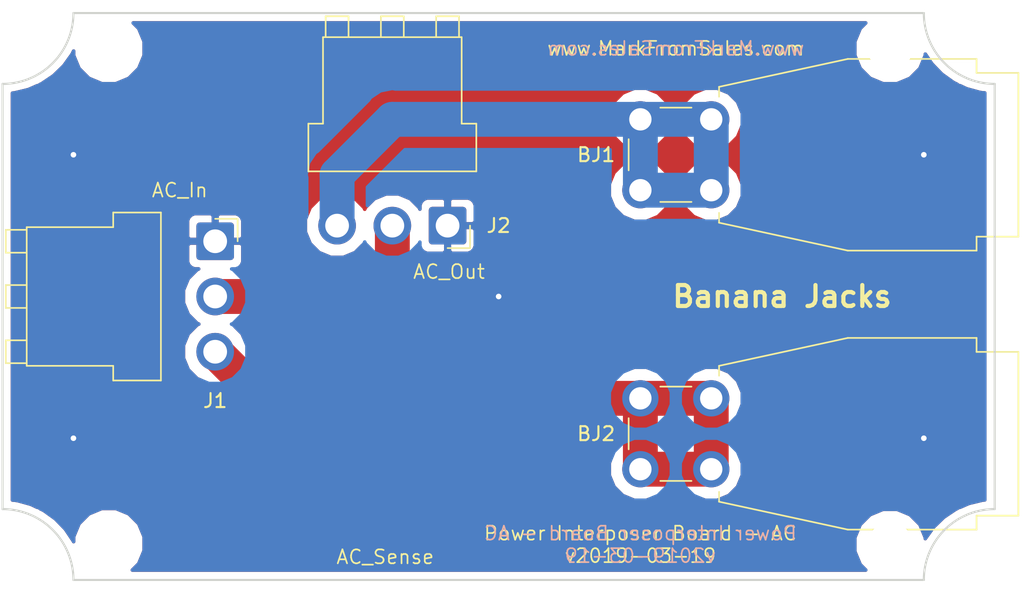
<source format=kicad_pcb>
(kicad_pcb (version 20171130) (host pcbnew "(5.0.2)-1")

  (general
    (thickness 1.6)
    (drawings 16)
    (tracks 21)
    (zones 0)
    (modules 8)
    (nets 5)
  )

  (page A4)
  (layers
    (0 F.Cu signal)
    (31 B.Cu signal)
    (32 B.Adhes user)
    (33 F.Adhes user)
    (34 B.Paste user)
    (35 F.Paste user)
    (36 B.SilkS user)
    (37 F.SilkS user)
    (38 B.Mask user)
    (39 F.Mask user)
    (40 Dwgs.User user)
    (41 Cmts.User user)
    (42 Eco1.User user)
    (43 Eco2.User user)
    (44 Edge.Cuts user)
    (45 Margin user)
    (46 B.CrtYd user)
    (47 F.CrtYd user)
    (48 B.Fab user hide)
    (49 F.Fab user hide)
  )

  (setup
    (last_trace_width 2.5)
    (user_trace_width 2.5)
    (trace_clearance 0.8)
    (zone_clearance 0.508)
    (zone_45_only no)
    (trace_min 0.2)
    (segment_width 0.2)
    (edge_width 0.15)
    (via_size 0.8)
    (via_drill 0.4)
    (via_min_size 0.4)
    (via_min_drill 0.3)
    (uvia_size 0.3)
    (uvia_drill 0.1)
    (uvias_allowed no)
    (uvia_min_size 0.2)
    (uvia_min_drill 0.1)
    (pcb_text_width 0.3)
    (pcb_text_size 1.5 1.5)
    (mod_edge_width 0.15)
    (mod_text_size 1 1)
    (mod_text_width 0.15)
    (pad_size 1.524 1.524)
    (pad_drill 0.762)
    (pad_to_mask_clearance 0.051)
    (solder_mask_min_width 0.25)
    (aux_axis_origin 0 0)
    (visible_elements 7FFFFFFF)
    (pcbplotparams
      (layerselection 0x010fc_ffffffff)
      (usegerberextensions false)
      (usegerberattributes false)
      (usegerberadvancedattributes false)
      (creategerberjobfile false)
      (excludeedgelayer true)
      (linewidth 0.100000)
      (plotframeref false)
      (viasonmask false)
      (mode 1)
      (useauxorigin false)
      (hpglpennumber 1)
      (hpglpenspeed 20)
      (hpglpendiameter 15.000000)
      (psnegative false)
      (psa4output false)
      (plotreference true)
      (plotvalue false)
      (plotinvisibletext false)
      (padsonsilk false)
      (subtractmaskfromsilk false)
      (outputformat 1)
      (mirror false)
      (drillshape 0)
      (scaleselection 1)
      (outputdirectory "Gerbers/"))
  )

  (net 0 "")
  (net 1 "Net-(J1-Pad1)")
  (net 2 "Net-(J1-Pad2)")
  (net 3 "Net-(BJ1-Pad1)")
  (net 4 "Net-(BJ2-Pad1)")

  (net_class Default "This is the default net class."
    (clearance 0.8)
    (trace_width 2.5)
    (via_dia 0.8)
    (via_drill 0.4)
    (uvia_dia 0.3)
    (uvia_drill 0.1)
    (add_net "Net-(BJ1-Pad1)")
    (add_net "Net-(BJ2-Pad1)")
    (add_net "Net-(J1-Pad1)")
    (add_net "Net-(J1-Pad2)")
  )

  (module Connector_JST:JST_VH_B3PS-VH_1x03_P3.96mm_Horizontal (layer F.Cu) (tedit 5B774C02) (tstamp 5C9D0F8C)
    (at 127 110.34 270)
    (descr "JST VH series connector, B3PS-VH (http://www.jst-mfg.com/product/pdf/eng/eVH.pdf), generated with kicad-footprint-generator")
    (tags "connector JST VH top entry")
    (path /5C907813)
    (fp_text reference J1 (at 11.43 0) (layer F.SilkS)
      (effects (font (size 1 1) (thickness 0.15)))
    )
    (fp_text value AC_Pwr_IN (at 3.96 7.62 270) (layer F.Fab)
      (effects (font (size 1 1) (thickness 0.15)))
    )
    (fp_line (start -0.9 4) (end -0.9 13.4) (layer F.Fab) (width 0.1))
    (fp_line (start -0.9 13.4) (end 8.82 13.4) (layer F.Fab) (width 0.1))
    (fp_line (start 8.82 13.4) (end 8.82 4) (layer F.Fab) (width 0.1))
    (fp_line (start 8.82 4) (end -0.9 4) (layer F.Fab) (width 0.1))
    (fp_line (start 8.82 4) (end 9.87 4) (layer F.Fab) (width 0.1))
    (fp_line (start 9.87 4) (end 9.87 7.2) (layer F.Fab) (width 0.1))
    (fp_line (start 9.87 7.2) (end 8.82 7.2) (layer F.Fab) (width 0.1))
    (fp_line (start -0.9 7.2) (end -1.95 7.2) (layer F.Fab) (width 0.1))
    (fp_line (start -1.95 7.2) (end -1.95 4) (layer F.Fab) (width 0.1))
    (fp_line (start -1.95 4) (end -0.9 4) (layer F.Fab) (width 0.1))
    (fp_line (start -0.8 4) (end 0 4.8) (layer F.Fab) (width 0.1))
    (fp_line (start 0 4.8) (end 0.8 4) (layer F.Fab) (width 0.1))
    (fp_line (start -0.7 4) (end -0.7 0) (layer F.Fab) (width 0.1))
    (fp_line (start -0.7 0) (end 0.7 0) (layer F.Fab) (width 0.1))
    (fp_line (start 0.7 0) (end 0.7 4) (layer F.Fab) (width 0.1))
    (fp_line (start -0.7 13.4) (end -0.7 14.9) (layer F.Fab) (width 0.1))
    (fp_line (start -0.7 14.9) (end 0.7 14.9) (layer F.Fab) (width 0.1))
    (fp_line (start 0.7 14.9) (end 0.7 13.4) (layer F.Fab) (width 0.1))
    (fp_line (start 3.26 4) (end 3.26 0) (layer F.Fab) (width 0.1))
    (fp_line (start 3.26 0) (end 4.66 0) (layer F.Fab) (width 0.1))
    (fp_line (start 4.66 0) (end 4.66 4) (layer F.Fab) (width 0.1))
    (fp_line (start 3.26 13.4) (end 3.26 14.9) (layer F.Fab) (width 0.1))
    (fp_line (start 3.26 14.9) (end 4.66 14.9) (layer F.Fab) (width 0.1))
    (fp_line (start 4.66 14.9) (end 4.66 13.4) (layer F.Fab) (width 0.1))
    (fp_line (start 7.22 4) (end 7.22 0) (layer F.Fab) (width 0.1))
    (fp_line (start 7.22 0) (end 8.62 0) (layer F.Fab) (width 0.1))
    (fp_line (start 8.62 0) (end 8.62 4) (layer F.Fab) (width 0.1))
    (fp_line (start 7.22 13.4) (end 7.22 14.9) (layer F.Fab) (width 0.1))
    (fp_line (start 7.22 14.9) (end 8.62 14.9) (layer F.Fab) (width 0.1))
    (fp_line (start 8.62 14.9) (end 8.62 13.4) (layer F.Fab) (width 0.1))
    (fp_line (start -2.45 -1.85) (end -2.45 15.4) (layer F.CrtYd) (width 0.05))
    (fp_line (start -2.45 15.4) (end 10.37 15.4) (layer F.CrtYd) (width 0.05))
    (fp_line (start 10.37 15.4) (end 10.37 -1.85) (layer F.CrtYd) (width 0.05))
    (fp_line (start 10.37 -1.85) (end -2.45 -1.85) (layer F.CrtYd) (width 0.05))
    (fp_line (start -2.06 3.89) (end 9.98 3.89) (layer F.SilkS) (width 0.12))
    (fp_line (start 9.98 3.89) (end 9.98 7.31) (layer F.SilkS) (width 0.12))
    (fp_line (start 9.98 7.31) (end 8.93 7.31) (layer F.SilkS) (width 0.12))
    (fp_line (start 8.93 7.31) (end 8.93 13.51) (layer F.SilkS) (width 0.12))
    (fp_line (start 8.93 13.51) (end -1.01 13.51) (layer F.SilkS) (width 0.12))
    (fp_line (start -1.01 13.51) (end -1.01 7.31) (layer F.SilkS) (width 0.12))
    (fp_line (start -1.01 7.31) (end -2.06 7.31) (layer F.SilkS) (width 0.12))
    (fp_line (start -2.06 7.31) (end -2.06 3.89) (layer F.SilkS) (width 0.12))
    (fp_line (start -0.82 13.51) (end -0.82 15.01) (layer F.SilkS) (width 0.12))
    (fp_line (start -0.82 15.01) (end 0.82 15.01) (layer F.SilkS) (width 0.12))
    (fp_line (start 0.82 15.01) (end 0.82 13.51) (layer F.SilkS) (width 0.12))
    (fp_line (start 3.14 13.51) (end 3.14 15.01) (layer F.SilkS) (width 0.12))
    (fp_line (start 3.14 15.01) (end 4.78 15.01) (layer F.SilkS) (width 0.12))
    (fp_line (start 4.78 15.01) (end 4.78 13.51) (layer F.SilkS) (width 0.12))
    (fp_line (start 7.1 13.51) (end 7.1 15.01) (layer F.SilkS) (width 0.12))
    (fp_line (start 7.1 15.01) (end 8.74 15.01) (layer F.SilkS) (width 0.12))
    (fp_line (start 8.74 15.01) (end 8.74 13.51) (layer F.SilkS) (width 0.12))
    (fp_line (start 0 -1.61) (end -1.61 -1.61) (layer F.SilkS) (width 0.12))
    (fp_line (start -1.61 -1.61) (end -1.61 0) (layer F.SilkS) (width 0.12))
    (fp_text user %R (at 3.96 9.45 270) (layer F.Fab)
      (effects (font (size 1 1) (thickness 0.15)))
    )
    (pad 1 thru_hole roundrect (at 0 0 270) (size 2.7 2.7) (drill 1.7) (layers *.Cu *.Mask) (roundrect_rratio 0.09259299999999999)
      (net 1 "Net-(J1-Pad1)"))
    (pad 2 thru_hole circle (at 3.96 0 270) (size 2.7 2.7) (drill 1.7) (layers *.Cu *.Mask)
      (net 2 "Net-(J1-Pad2)"))
    (pad 3 thru_hole circle (at 7.92 0 270) (size 2.7 2.7) (drill 1.7) (layers *.Cu *.Mask)
      (net 4 "Net-(BJ2-Pad1)"))
    (model ${KISYS3DMOD}/Connector_JST.3dshapes/JST_VH_B3PS-VH_1x03_P3.96mm_Horizontal.wrl
      (at (xyz 0 0 0))
      (scale (xyz 1 1 1))
      (rotate (xyz 0 0 0))
    )
  )

  (module Connector_JST:JST_VH_B3PS-VH_1x03_P3.96mm_Horizontal (layer F.Cu) (tedit 5B774C02) (tstamp 5C9D0FC8)
    (at 143.66 109.22 180)
    (descr "JST VH series connector, B3PS-VH (http://www.jst-mfg.com/product/pdf/eng/eVH.pdf), generated with kicad-footprint-generator")
    (tags "connector JST VH top entry")
    (path /5C9078B5)
    (fp_text reference J2 (at -3.66 0 180) (layer F.SilkS)
      (effects (font (size 1 1) (thickness 0.15)))
    )
    (fp_text value AC_Pwr_OUT (at 3.96 7.62 180) (layer F.Fab)
      (effects (font (size 1 1) (thickness 0.15)))
    )
    (fp_text user %R (at 3.96 9.45 180) (layer F.Fab)
      (effects (font (size 1 1) (thickness 0.15)))
    )
    (fp_line (start -1.61 -1.61) (end -1.61 0) (layer F.SilkS) (width 0.12))
    (fp_line (start 0 -1.61) (end -1.61 -1.61) (layer F.SilkS) (width 0.12))
    (fp_line (start 8.74 15.01) (end 8.74 13.51) (layer F.SilkS) (width 0.12))
    (fp_line (start 7.1 15.01) (end 8.74 15.01) (layer F.SilkS) (width 0.12))
    (fp_line (start 7.1 13.51) (end 7.1 15.01) (layer F.SilkS) (width 0.12))
    (fp_line (start 4.78 15.01) (end 4.78 13.51) (layer F.SilkS) (width 0.12))
    (fp_line (start 3.14 15.01) (end 4.78 15.01) (layer F.SilkS) (width 0.12))
    (fp_line (start 3.14 13.51) (end 3.14 15.01) (layer F.SilkS) (width 0.12))
    (fp_line (start 0.82 15.01) (end 0.82 13.51) (layer F.SilkS) (width 0.12))
    (fp_line (start -0.82 15.01) (end 0.82 15.01) (layer F.SilkS) (width 0.12))
    (fp_line (start -0.82 13.51) (end -0.82 15.01) (layer F.SilkS) (width 0.12))
    (fp_line (start -2.06 7.31) (end -2.06 3.89) (layer F.SilkS) (width 0.12))
    (fp_line (start -1.01 7.31) (end -2.06 7.31) (layer F.SilkS) (width 0.12))
    (fp_line (start -1.01 13.51) (end -1.01 7.31) (layer F.SilkS) (width 0.12))
    (fp_line (start 8.93 13.51) (end -1.01 13.51) (layer F.SilkS) (width 0.12))
    (fp_line (start 8.93 7.31) (end 8.93 13.51) (layer F.SilkS) (width 0.12))
    (fp_line (start 9.98 7.31) (end 8.93 7.31) (layer F.SilkS) (width 0.12))
    (fp_line (start 9.98 3.89) (end 9.98 7.31) (layer F.SilkS) (width 0.12))
    (fp_line (start -2.06 3.89) (end 9.98 3.89) (layer F.SilkS) (width 0.12))
    (fp_line (start 10.37 -1.85) (end -2.45 -1.85) (layer F.CrtYd) (width 0.05))
    (fp_line (start 10.37 15.4) (end 10.37 -1.85) (layer F.CrtYd) (width 0.05))
    (fp_line (start -2.45 15.4) (end 10.37 15.4) (layer F.CrtYd) (width 0.05))
    (fp_line (start -2.45 -1.85) (end -2.45 15.4) (layer F.CrtYd) (width 0.05))
    (fp_line (start 8.62 14.9) (end 8.62 13.4) (layer F.Fab) (width 0.1))
    (fp_line (start 7.22 14.9) (end 8.62 14.9) (layer F.Fab) (width 0.1))
    (fp_line (start 7.22 13.4) (end 7.22 14.9) (layer F.Fab) (width 0.1))
    (fp_line (start 8.62 0) (end 8.62 4) (layer F.Fab) (width 0.1))
    (fp_line (start 7.22 0) (end 8.62 0) (layer F.Fab) (width 0.1))
    (fp_line (start 7.22 4) (end 7.22 0) (layer F.Fab) (width 0.1))
    (fp_line (start 4.66 14.9) (end 4.66 13.4) (layer F.Fab) (width 0.1))
    (fp_line (start 3.26 14.9) (end 4.66 14.9) (layer F.Fab) (width 0.1))
    (fp_line (start 3.26 13.4) (end 3.26 14.9) (layer F.Fab) (width 0.1))
    (fp_line (start 4.66 0) (end 4.66 4) (layer F.Fab) (width 0.1))
    (fp_line (start 3.26 0) (end 4.66 0) (layer F.Fab) (width 0.1))
    (fp_line (start 3.26 4) (end 3.26 0) (layer F.Fab) (width 0.1))
    (fp_line (start 0.7 14.9) (end 0.7 13.4) (layer F.Fab) (width 0.1))
    (fp_line (start -0.7 14.9) (end 0.7 14.9) (layer F.Fab) (width 0.1))
    (fp_line (start -0.7 13.4) (end -0.7 14.9) (layer F.Fab) (width 0.1))
    (fp_line (start 0.7 0) (end 0.7 4) (layer F.Fab) (width 0.1))
    (fp_line (start -0.7 0) (end 0.7 0) (layer F.Fab) (width 0.1))
    (fp_line (start -0.7 4) (end -0.7 0) (layer F.Fab) (width 0.1))
    (fp_line (start 0 4.8) (end 0.8 4) (layer F.Fab) (width 0.1))
    (fp_line (start -0.8 4) (end 0 4.8) (layer F.Fab) (width 0.1))
    (fp_line (start -1.95 4) (end -0.9 4) (layer F.Fab) (width 0.1))
    (fp_line (start -1.95 7.2) (end -1.95 4) (layer F.Fab) (width 0.1))
    (fp_line (start -0.9 7.2) (end -1.95 7.2) (layer F.Fab) (width 0.1))
    (fp_line (start 9.87 7.2) (end 8.82 7.2) (layer F.Fab) (width 0.1))
    (fp_line (start 9.87 4) (end 9.87 7.2) (layer F.Fab) (width 0.1))
    (fp_line (start 8.82 4) (end 9.87 4) (layer F.Fab) (width 0.1))
    (fp_line (start 8.82 4) (end -0.9 4) (layer F.Fab) (width 0.1))
    (fp_line (start 8.82 13.4) (end 8.82 4) (layer F.Fab) (width 0.1))
    (fp_line (start -0.9 13.4) (end 8.82 13.4) (layer F.Fab) (width 0.1))
    (fp_line (start -0.9 4) (end -0.9 13.4) (layer F.Fab) (width 0.1))
    (pad 3 thru_hole circle (at 7.92 0 180) (size 2.7 2.7) (drill 1.7) (layers *.Cu *.Mask)
      (net 3 "Net-(BJ1-Pad1)"))
    (pad 2 thru_hole circle (at 3.96 0 180) (size 2.7 2.7) (drill 1.7) (layers *.Cu *.Mask)
      (net 2 "Net-(J1-Pad2)"))
    (pad 1 thru_hole roundrect (at 0 0 180) (size 2.7 2.7) (drill 1.7) (layers *.Cu *.Mask) (roundrect_rratio 0.09259299999999999)
      (net 1 "Net-(J1-Pad1)"))
    (model ${KISYS3DMOD}/Connector_JST.3dshapes/JST_VH_B3PS-VH_1x03_P3.96mm_Horizontal.wrl
      (at (xyz 0 0 0))
      (scale (xyz 1 1 1))
      (rotate (xyz 0 0 0))
    )
  )

  (module MountingHole:MountingHole_3.2mm_M3 (layer F.Cu) (tedit 5C908AF6) (tstamp 5C9D1934)
    (at 119.38 96.52)
    (descr "Mounting Hole 3.2mm, no annular, M3")
    (tags "mounting hole 3.2mm no annular m3")
    (path /5C9092CA)
    (attr virtual)
    (fp_text reference H1 (at 0 0) (layer F.SilkS) hide
      (effects (font (size 1 1) (thickness 0.15)))
    )
    (fp_text value MountingHole (at 0 -6.35) (layer F.Fab) hide
      (effects (font (size 1 1) (thickness 0.15)))
    )
    (fp_text user %R (at 0.3 0) (layer F.Fab)
      (effects (font (size 1 1) (thickness 0.15)))
    )
    (fp_circle (center 0 0) (end 3.2 0) (layer Cmts.User) (width 0.15))
    (fp_circle (center 0 0) (end 3.45 0) (layer F.CrtYd) (width 0.05))
    (pad 1 np_thru_hole circle (at 0 0) (size 3.2 3.2) (drill 3.2) (layers *.Cu *.Mask))
  )

  (module MountingHole:MountingHole_3.2mm_M3 (layer F.Cu) (tedit 5C908AE6) (tstamp 5C9D193B)
    (at 119.38 132.02)
    (descr "Mounting Hole 3.2mm, no annular, M3")
    (tags "mounting hole 3.2mm no annular m3")
    (path /5C909304)
    (attr virtual)
    (fp_text reference H2 (at 0 0.06) (layer F.SilkS) hide
      (effects (font (size 1 1) (thickness 0.15)))
    )
    (fp_text value MountingHole (at 0 6.41) (layer F.Fab) hide
      (effects (font (size 1 1) (thickness 0.15)))
    )
    (fp_circle (center 0 0) (end 3.45 0) (layer F.CrtYd) (width 0.05))
    (fp_circle (center 0 0) (end 3.2 0) (layer Cmts.User) (width 0.15))
    (fp_text user %R (at 0.3 0) (layer F.Fab)
      (effects (font (size 1 1) (thickness 0.15)))
    )
    (pad 1 np_thru_hole circle (at 0 0) (size 3.2 3.2) (drill 3.2) (layers *.Cu *.Mask))
  )

  (module MountingHole:MountingHole_3.2mm_M3 (layer F.Cu) (tedit 5C908AF0) (tstamp 5C9D1942)
    (at 175.38 96.52)
    (descr "Mounting Hole 3.2mm, no annular, M3")
    (tags "mounting hole 3.2mm no annular m3")
    (path /5C909324)
    (attr virtual)
    (fp_text reference H3 (at -0.12 0) (layer F.SilkS) hide
      (effects (font (size 1 1) (thickness 0.15)))
    )
    (fp_text value MountingHole (at -0.12 -6.35) (layer F.Fab) hide
      (effects (font (size 1 1) (thickness 0.15)))
    )
    (fp_text user %R (at 0.3 0) (layer F.Fab)
      (effects (font (size 1 1) (thickness 0.15)))
    )
    (fp_circle (center 0 0) (end 3.2 0) (layer Cmts.User) (width 0.15))
    (fp_circle (center 0 0) (end 3.45 0) (layer F.CrtYd) (width 0.05))
    (pad 1 np_thru_hole circle (at 0 0) (size 3.2 3.2) (drill 3.2) (layers *.Cu *.Mask))
  )

  (module MountingHole:MountingHole_3.2mm_M3 (layer F.Cu) (tedit 5C908AE9) (tstamp 5C9D1949)
    (at 175.38 132.08)
    (descr "Mounting Hole 3.2mm, no annular, M3")
    (tags "mounting hole 3.2mm no annular m3")
    (path /5C909346)
    (attr virtual)
    (fp_text reference H4 (at 0 0) (layer F.SilkS) hide
      (effects (font (size 1 1) (thickness 0.15)))
    )
    (fp_text value MountingHole (at 0 6.35) (layer F.Fab) hide
      (effects (font (size 1 1) (thickness 0.15)))
    )
    (fp_circle (center 0 0) (end 3.45 0) (layer F.CrtYd) (width 0.05))
    (fp_circle (center 0 0) (end 3.2 0) (layer Cmts.User) (width 0.15))
    (fp_text user %R (at 0.3 0) (layer F.Fab)
      (effects (font (size 1 1) (thickness 0.15)))
    )
    (pad 1 np_thru_hole circle (at 0 0) (size 3.2 3.2) (drill 3.2) (layers *.Cu *.Mask))
  )

  (module Connector:CalTest_CT3151 (layer F.Cu) (tedit 5BAA5155) (tstamp 5CA38F96)
    (at 162.56 106.68 180)
    (descr "Right-angle standard banana jack, http://www.caltestelectronics.com/images/attachments/P315100rH_drawing.pdf")
    (tags "banana jack horizontal")
    (path /5C96F2BA)
    (fp_text reference BJ1 (at 8.255 2.54 180) (layer F.SilkS)
      (effects (font (size 1 1) (thickness 0.15)))
    )
    (fp_text value Sense_OUT (at -12.7 2.54 180) (layer F.Fab)
      (effects (font (size 1 1) (thickness 0.15)))
    )
    (fp_line (start 5.8 5.8) (end -0.68 5.8) (layer F.Fab) (width 0.1))
    (fp_line (start -0.68 5.8) (end -0.68 7.29) (layer F.Fab) (width 0.1))
    (fp_line (start -0.68 7.29) (end -9.79 9.29) (layer F.Fab) (width 0.1))
    (fp_line (start -9.79 9.29) (end -18.9 9.29) (layer F.Fab) (width 0.1))
    (fp_line (start -18.9 9.29) (end -18.9 8.29) (layer F.Fab) (width 0.1))
    (fp_line (start -18.9 8.29) (end -21.9 8.29) (layer F.Fab) (width 0.1))
    (fp_line (start -21.9 8.29) (end -21.9 -3.21) (layer F.Fab) (width 0.1))
    (fp_line (start -21.9 -3.21) (end -18.9 -3.21) (layer F.Fab) (width 0.1))
    (fp_line (start -18.9 -3.21) (end -18.9 -4.21) (layer F.Fab) (width 0.1))
    (fp_line (start -18.9 -4.21) (end -9.79 -4.21) (layer F.Fab) (width 0.1))
    (fp_line (start -9.79 -4.21) (end -0.68 -2.21) (layer F.Fab) (width 0.1))
    (fp_line (start -0.68 -2.21) (end -0.68 -0.72) (layer F.Fab) (width 0.1))
    (fp_line (start -0.68 -0.72) (end 5.8 -0.72) (layer F.Fab) (width 0.1))
    (fp_line (start 5.8 -0.72) (end 5.8 5.8) (layer F.Fab) (width 0.1))
    (fp_line (start 3.653 5.92) (end 1.417 5.92) (layer F.SilkS) (width 0.12))
    (fp_line (start -0.561 6.703) (end -0.561 7.41) (layer F.SilkS) (width 0.12))
    (fp_line (start -0.561 7.41) (end -9.79 9.41) (layer F.SilkS) (width 0.12))
    (fp_line (start -9.79 9.41) (end -19.02 9.41) (layer F.SilkS) (width 0.12))
    (fp_line (start -19.02 9.41) (end -19.02 8.41) (layer F.SilkS) (width 0.12))
    (fp_line (start -19.02 8.41) (end -22.02 8.41) (layer F.SilkS) (width 0.12))
    (fp_line (start -22.02 8.41) (end -22.02 -3.33) (layer F.SilkS) (width 0.12))
    (fp_line (start -22.02 -3.33) (end -19.02 -3.33) (layer F.SilkS) (width 0.12))
    (fp_line (start -19.02 -3.33) (end -19.02 -4.33) (layer F.SilkS) (width 0.12))
    (fp_line (start -19.02 -4.33) (end -9.79 -4.33) (layer F.SilkS) (width 0.12))
    (fp_line (start -9.79 -4.33) (end -0.561 -2.33) (layer F.SilkS) (width 0.12))
    (fp_line (start -0.561 -2.33) (end -0.561 -1.623) (layer F.SilkS) (width 0.12))
    (fp_line (start 1.417 -0.84) (end 3.652 -0.84) (layer F.SilkS) (width 0.12))
    (fp_line (start 5.92 1.425) (end 5.92 3.656) (layer F.SilkS) (width 0.12))
    (fp_line (start -22.4 -4.71) (end -22.4 9.79) (layer F.CrtYd) (width 0.05))
    (fp_line (start -22.4 9.79) (end 6.88 9.79) (layer F.CrtYd) (width 0.05))
    (fp_line (start 6.88 9.79) (end 6.88 -4.71) (layer F.CrtYd) (width 0.05))
    (fp_line (start 6.88 -4.71) (end -22.4 -4.71) (layer F.CrtYd) (width 0.05))
    (fp_text user %R (at 8.255 2.54 180) (layer F.Fab)
      (effects (font (size 1 1) (thickness 0.15)))
    )
    (pad 1 thru_hole circle (at 0 0 180) (size 2.6 2.6) (drill 1.6) (layers *.Cu *.Mask)
      (net 3 "Net-(BJ1-Pad1)"))
    (pad 1 thru_hole circle (at 0 5.08 180) (size 2.6 2.6) (drill 1.6) (layers *.Cu *.Mask)
      (net 3 "Net-(BJ1-Pad1)"))
    (pad 1 thru_hole circle (at 5.08 0 180) (size 2.6 2.6) (drill 1.6) (layers *.Cu *.Mask)
      (net 3 "Net-(BJ1-Pad1)"))
    (pad 1 thru_hole circle (at 5.08 5.08 180) (size 2.6 2.6) (drill 1.6) (layers *.Cu *.Mask)
      (net 3 "Net-(BJ1-Pad1)"))
    (model ${KISYS3DMOD}/Connector.3dshapes/CalTest_CT3151.wrl
      (at (xyz 0 0 0))
      (scale (xyz 1 1 1))
      (rotate (xyz 0 0 0))
    )
  )

  (module Connector:CalTest_CT3151 (layer F.Cu) (tedit 5BAA5155) (tstamp 5CA3822A)
    (at 162.56 126.68 180)
    (descr "Right-angle standard banana jack, http://www.caltestelectronics.com/images/attachments/P315100rH_drawing.pdf")
    (tags "banana jack horizontal")
    (path /5C96F3E8)
    (fp_text reference BJ2 (at 8.255 2.54 180) (layer F.SilkS)
      (effects (font (size 1 1) (thickness 0.15)))
    )
    (fp_text value Sense_IN (at -12.7 2.54 180) (layer F.Fab)
      (effects (font (size 1 1) (thickness 0.15)))
    )
    (fp_text user %R (at 8.255 2.54 180) (layer F.Fab)
      (effects (font (size 1 1) (thickness 0.15)))
    )
    (fp_line (start 6.88 -4.71) (end -22.4 -4.71) (layer F.CrtYd) (width 0.05))
    (fp_line (start 6.88 9.79) (end 6.88 -4.71) (layer F.CrtYd) (width 0.05))
    (fp_line (start -22.4 9.79) (end 6.88 9.79) (layer F.CrtYd) (width 0.05))
    (fp_line (start -22.4 -4.71) (end -22.4 9.79) (layer F.CrtYd) (width 0.05))
    (fp_line (start 5.92 1.425) (end 5.92 3.656) (layer F.SilkS) (width 0.12))
    (fp_line (start 1.417 -0.84) (end 3.652 -0.84) (layer F.SilkS) (width 0.12))
    (fp_line (start -0.561 -2.33) (end -0.561 -1.623) (layer F.SilkS) (width 0.12))
    (fp_line (start -9.79 -4.33) (end -0.561 -2.33) (layer F.SilkS) (width 0.12))
    (fp_line (start -19.02 -4.33) (end -9.79 -4.33) (layer F.SilkS) (width 0.12))
    (fp_line (start -19.02 -3.33) (end -19.02 -4.33) (layer F.SilkS) (width 0.12))
    (fp_line (start -22.02 -3.33) (end -19.02 -3.33) (layer F.SilkS) (width 0.12))
    (fp_line (start -22.02 8.41) (end -22.02 -3.33) (layer F.SilkS) (width 0.12))
    (fp_line (start -19.02 8.41) (end -22.02 8.41) (layer F.SilkS) (width 0.12))
    (fp_line (start -19.02 9.41) (end -19.02 8.41) (layer F.SilkS) (width 0.12))
    (fp_line (start -9.79 9.41) (end -19.02 9.41) (layer F.SilkS) (width 0.12))
    (fp_line (start -0.561 7.41) (end -9.79 9.41) (layer F.SilkS) (width 0.12))
    (fp_line (start -0.561 6.703) (end -0.561 7.41) (layer F.SilkS) (width 0.12))
    (fp_line (start 3.653 5.92) (end 1.417 5.92) (layer F.SilkS) (width 0.12))
    (fp_line (start 5.8 -0.72) (end 5.8 5.8) (layer F.Fab) (width 0.1))
    (fp_line (start -0.68 -0.72) (end 5.8 -0.72) (layer F.Fab) (width 0.1))
    (fp_line (start -0.68 -2.21) (end -0.68 -0.72) (layer F.Fab) (width 0.1))
    (fp_line (start -9.79 -4.21) (end -0.68 -2.21) (layer F.Fab) (width 0.1))
    (fp_line (start -18.9 -4.21) (end -9.79 -4.21) (layer F.Fab) (width 0.1))
    (fp_line (start -18.9 -3.21) (end -18.9 -4.21) (layer F.Fab) (width 0.1))
    (fp_line (start -21.9 -3.21) (end -18.9 -3.21) (layer F.Fab) (width 0.1))
    (fp_line (start -21.9 8.29) (end -21.9 -3.21) (layer F.Fab) (width 0.1))
    (fp_line (start -18.9 8.29) (end -21.9 8.29) (layer F.Fab) (width 0.1))
    (fp_line (start -18.9 9.29) (end -18.9 8.29) (layer F.Fab) (width 0.1))
    (fp_line (start -9.79 9.29) (end -18.9 9.29) (layer F.Fab) (width 0.1))
    (fp_line (start -0.68 7.29) (end -9.79 9.29) (layer F.Fab) (width 0.1))
    (fp_line (start -0.68 5.8) (end -0.68 7.29) (layer F.Fab) (width 0.1))
    (fp_line (start 5.8 5.8) (end -0.68 5.8) (layer F.Fab) (width 0.1))
    (pad 1 thru_hole circle (at 5.08 5.08 180) (size 2.6 2.6) (drill 1.6) (layers *.Cu *.Mask)
      (net 4 "Net-(BJ2-Pad1)"))
    (pad 1 thru_hole circle (at 5.08 0 180) (size 2.6 2.6) (drill 1.6) (layers *.Cu *.Mask)
      (net 4 "Net-(BJ2-Pad1)"))
    (pad 1 thru_hole circle (at 0 5.08 180) (size 2.6 2.6) (drill 1.6) (layers *.Cu *.Mask)
      (net 4 "Net-(BJ2-Pad1)"))
    (pad 1 thru_hole circle (at 0 0 180) (size 2.6 2.6) (drill 1.6) (layers *.Cu *.Mask)
      (net 4 "Net-(BJ2-Pad1)"))
    (model ${KISYS3DMOD}/Connector.3dshapes/CalTest_CT3151.wrl
      (at (xyz 0 0 0))
      (scale (xyz 1 1 1))
      (rotate (xyz 0 0 0))
    )
  )

  (gr_text "Power Interposer Board - AC\nv2019-03-19" (at 157.48 132.08) (layer B.SilkS) (tstamp 5C9D1E0E)
    (effects (font (size 1 1) (thickness 0.12)) (justify mirror))
  )
  (gr_text www.MarkFromSales.com (at 160.02 96.52) (layer B.SilkS) (tstamp 5C9D1E09)
    (effects (font (size 1 1) (thickness 0.12)) (justify mirror))
  )
  (gr_text AC_Sense (at 139.192 132.969) (layer F.SilkS) (tstamp 5C9D1E00)
    (effects (font (size 1 1) (thickness 0.12)))
  )
  (gr_text AC_Out (at 143.764 112.522) (layer F.SilkS) (tstamp 5C9D1D3B)
    (effects (font (size 1 1) (thickness 0.12)))
  )
  (gr_text AC_In (at 124.46 106.68) (layer F.SilkS) (tstamp 5C9D1D35)
    (effects (font (size 1 1) (thickness 0.12)))
  )
  (gr_text "Power Interposer Board - AC\nv2019-03-19" (at 157.48 132.08) (layer F.SilkS) (tstamp 5C9D1D18)
    (effects (font (size 1 1) (thickness 0.12)))
  )
  (gr_text www.MarkFromSales.com (at 160.02 96.52) (layer F.SilkS)
    (effects (font (size 1 1) (thickness 0.12)))
  )
  (gr_text "Banana Jacks" (at 167.64 114.3) (layer F.SilkS)
    (effects (font (size 1.5 1.5) (thickness 0.3)))
  )
  (gr_arc (start 182.88 93.98) (end 177.8 93.98) (angle -90) (layer Edge.Cuts) (width 0.15) (tstamp 5C9D0919))
  (gr_arc (start 182.88 134.62) (end 182.88 129.54) (angle -90) (layer Edge.Cuts) (width 0.15) (tstamp 5C9D0916))
  (gr_arc (start 111.76 134.62) (end 116.84 134.62) (angle -90) (layer Edge.Cuts) (width 0.15) (tstamp 5C9D0913))
  (gr_arc (start 111.76 93.98) (end 111.76 99.06) (angle -90) (layer Edge.Cuts) (width 0.15))
  (gr_line (start 177.8 93.98) (end 116.84 93.98) (layer Edge.Cuts) (width 0.15))
  (gr_line (start 182.88 129.54) (end 182.88 99.06) (layer Edge.Cuts) (width 0.15))
  (gr_line (start 116.84 134.62) (end 177.8 134.62) (layer Edge.Cuts) (width 0.15))
  (gr_line (start 111.76 99.06) (end 111.76 129.54) (layer Edge.Cuts) (width 0.15))

  (via (at 116.84 104.14) (size 0.8) (drill 0.4) (layers F.Cu B.Cu) (net 1))
  (via (at 116.84 124.46) (size 0.8) (drill 0.4) (layers F.Cu B.Cu) (net 1))
  (via (at 177.8 104.14) (size 0.8) (drill 0.4) (layers F.Cu B.Cu) (net 1))
  (via (at 177.8 124.46) (size 0.8) (drill 0.4) (layers F.Cu B.Cu) (net 1))
  (via (at 147.32 114.3) (size 0.8) (drill 0.4) (layers F.Cu B.Cu) (net 1) (tstamp 5CA39231))
  (segment (start 127 114.3) (end 137.16 114.3) (width 2.5) (layer F.Cu) (net 2))
  (segment (start 139.7 111.76) (end 139.7 109.22) (width 2.5) (layer F.Cu) (net 2))
  (segment (start 137.16 114.3) (end 139.7 111.76) (width 2.5) (layer F.Cu) (net 2))
  (segment (start 135.74 105.56) (end 135.74 109.22) (width 2.5) (layer B.Cu) (net 3))
  (segment (start 139.7 101.6) (end 135.74 105.56) (width 2.5) (layer B.Cu) (net 3))
  (segment (start 157.48 101.6) (end 157.48 106.68) (width 2.5) (layer B.Cu) (net 3))
  (segment (start 157.48 106.68) (end 162.56 106.68) (width 2.5) (layer B.Cu) (net 3))
  (segment (start 162.56 106.68) (end 162.56 101.6) (width 2.5) (layer B.Cu) (net 3))
  (segment (start 162.56 101.6) (end 157.48 101.6) (width 2.5) (layer B.Cu) (net 3))
  (segment (start 157.48 101.6) (end 139.7 101.6) (width 2.5) (layer B.Cu) (net 3))
  (segment (start 157.48 126.68) (end 157.48 121.6) (width 2.5) (layer F.Cu) (net 4))
  (segment (start 157.48 126.68) (end 162.56 126.68) (width 2.5) (layer F.Cu) (net 4))
  (segment (start 162.56 126.68) (end 162.56 121.6) (width 2.5) (layer F.Cu) (net 4))
  (segment (start 157.48 121.6) (end 162.56 121.6) (width 2.5) (layer F.Cu) (net 4))
  (segment (start 127 118.26) (end 130.34 121.6) (width 2.5) (layer F.Cu) (net 4))
  (segment (start 130.34 121.6) (end 157.48 121.6) (width 2.5) (layer F.Cu) (net 4))

  (zone (net 1) (net_name "Net-(J1-Pad1)") (layer F.Cu) (tstamp 5CA39285) (hatch edge 0.508)
    (connect_pads (clearance 0.508))
    (min_thickness 0.254)
    (fill yes (arc_segments 16) (thermal_gap 0.508) (thermal_bridge_width 0.508))
    (polygon
      (pts
        (xy 111.76 99.06) (xy 114.3 99.06) (xy 115.57 97.79) (xy 116.84 96.52) (xy 116.84 93.98)
        (xy 177.8 93.98) (xy 177.8 95.25) (xy 177.8 96.52) (xy 179.07 97.79) (xy 180.34 99.06)
        (xy 182.88 99.06) (xy 182.88 129.54) (xy 180.34 129.54) (xy 177.8 132.08) (xy 177.8 134.62)
        (xy 116.84 134.62) (xy 116.84 132.08) (xy 114.3 129.54) (xy 111.76 129.54)
      )
    )
    (filled_polygon
      (pts
        (xy 173.237713 95.088569) (xy 172.853 96.017348) (xy 172.853 97.022652) (xy 173.237713 97.951431) (xy 173.948569 98.662287)
        (xy 174.877348 99.047) (xy 175.882652 99.047) (xy 176.811431 98.662287) (xy 177.522287 97.951431) (xy 177.907 97.022652)
        (xy 177.907 96.924424) (xy 178.34279 97.572947) (xy 178.356847 97.590306) (xy 178.368818 97.609169) (xy 178.422229 97.671046)
        (xy 179.050753 98.319633) (xy 179.067664 98.33423) (xy 179.082785 98.350674) (xy 179.146309 98.402115) (xy 179.879756 98.929149)
        (xy 179.898981 98.940519) (xy 179.916776 98.954026) (xy 179.988396 98.993399) (xy 179.988407 98.993405) (xy 179.988412 98.993407)
        (xy 180.189912 99.089518) (xy 180.250197 99.149803) (xy 180.291399 99.177333) (xy 180.34 99.187) (xy 180.394287 99.187)
        (xy 180.80359 99.382228) (xy 180.824528 99.390015) (xy 180.844433 99.400157) (xy 180.921893 99.426225) (xy 180.921903 99.426229)
        (xy 180.921906 99.42623) (xy 181.79306 99.66455) (xy 181.815043 99.668505) (xy 181.836432 99.674963) (xy 181.917295 99.686903)
        (xy 182.170001 99.709456) (xy 182.17 128.880228) (xy 182.085898 128.886404) (xy 182.069359 128.889112) (xy 182.052601 128.889639)
        (xy 181.972152 128.904114) (xy 181.093941 129.114953) (xy 181.072767 129.122079) (xy 181.050918 129.126723) (xy 180.974323 129.155209)
        (xy 180.974305 129.155215) (xy 180.9743 129.155218) (xy 180.387056 129.413) (xy 180.34 129.413) (xy 180.291399 129.422667)
        (xy 180.250197 129.450197) (xy 180.209415 129.490979) (xy 180.147308 129.518242) (xy 180.127735 129.529002) (xy 180.107049 129.537444)
        (xy 180.036702 129.579048) (xy 180.036692 129.579053) (xy 180.036691 129.579054) (xy 179.287053 130.08279) (xy 179.269694 130.096847)
        (xy 179.250831 130.108818) (xy 179.188954 130.162229) (xy 178.540367 130.790753) (xy 178.52577 130.807664) (xy 178.509326 130.822785)
        (xy 178.457896 130.886296) (xy 178.457886 130.886308) (xy 178.457885 130.88631) (xy 177.930851 131.619756) (xy 177.91948 131.638983)
        (xy 177.907 131.655425) (xy 177.907 131.577348) (xy 177.522287 130.648569) (xy 176.811431 129.937713) (xy 175.882652 129.553)
        (xy 174.877348 129.553) (xy 173.948569 129.937713) (xy 173.237713 130.648569) (xy 172.853 131.577348) (xy 172.853 132.582652)
        (xy 173.237713 133.511431) (xy 173.636282 133.91) (xy 121.063718 133.91) (xy 121.522287 133.451431) (xy 121.907 132.522652)
        (xy 121.907 131.517348) (xy 121.522287 130.588569) (xy 120.811431 129.877713) (xy 119.882652 129.493) (xy 118.877348 129.493)
        (xy 117.948569 129.877713) (xy 117.237713 130.588569) (xy 116.853 131.517348) (xy 116.853 131.871377) (xy 116.850998 131.867735)
        (xy 116.842556 131.847049) (xy 116.800946 131.776691) (xy 116.29721 131.027053) (xy 116.283153 131.009694) (xy 116.271182 130.990831)
        (xy 116.217771 130.928954) (xy 115.589247 130.280367) (xy 115.572336 130.26577) (xy 115.557215 130.249326) (xy 115.493704 130.197896)
        (xy 115.493692 130.197886) (xy 115.493689 130.197884) (xy 114.760244 129.670851) (xy 114.741017 129.65948) (xy 114.723223 129.645974)
        (xy 114.651594 129.606596) (xy 114.450089 129.510483) (xy 114.389803 129.450197) (xy 114.348601 129.422667) (xy 114.3 129.413)
        (xy 114.245713 129.413) (xy 113.83641 129.217772) (xy 113.815469 129.209984) (xy 113.795566 129.199843) (xy 113.718116 129.173778)
        (xy 113.718097 129.173771) (xy 113.718091 129.17377) (xy 112.84694 128.93545) (xy 112.824959 128.931495) (xy 112.803569 128.925037)
        (xy 112.722705 128.913097) (xy 112.47 128.890544) (xy 112.47 113.847077) (xy 124.723 113.847077) (xy 124.723 114.752923)
        (xy 125.069653 115.589817) (xy 125.710183 116.230347) (xy 125.830056 116.28) (xy 125.710183 116.329653) (xy 125.069653 116.970183)
        (xy 124.723 117.807077) (xy 124.723 118.712923) (xy 125.069653 119.549817) (xy 125.710183 120.190347) (xy 125.951607 120.290348)
        (xy 128.649017 122.987759) (xy 128.770471 123.169529) (xy 129.490577 123.650688) (xy 130.125589 123.777) (xy 130.125594 123.777)
        (xy 130.339999 123.819648) (xy 130.554405 123.777) (xy 155.303001 123.777) (xy 155.303 126.116311) (xy 155.253 126.237022)
        (xy 155.253 127.122978) (xy 155.59204 127.941494) (xy 156.218506 128.56796) (xy 157.037022 128.907) (xy 157.922978 128.907)
        (xy 158.043689 128.857) (xy 161.996311 128.857) (xy 162.117022 128.907) (xy 163.002978 128.907) (xy 163.821494 128.56796)
        (xy 164.44796 127.941494) (xy 164.787 127.122978) (xy 164.787 126.237022) (xy 164.737 126.116311) (xy 164.737 122.163689)
        (xy 164.787 122.042978) (xy 164.787 121.157022) (xy 164.44796 120.338506) (xy 163.821494 119.71204) (xy 163.002978 119.373)
        (xy 162.117022 119.373) (xy 161.996311 119.423) (xy 158.043689 119.423) (xy 157.922978 119.373) (xy 157.037022 119.373)
        (xy 156.916311 119.423) (xy 131.241743 119.423) (xy 129.030348 117.211607) (xy 128.930347 116.970183) (xy 128.437164 116.477)
        (xy 136.94559 116.477) (xy 137.16 116.519649) (xy 137.37441 116.477) (xy 137.374411 116.477) (xy 138.009423 116.350688)
        (xy 138.729529 115.869529) (xy 138.850987 115.687754) (xy 141.08776 113.450983) (xy 141.269529 113.329529) (xy 141.750688 112.609423)
        (xy 141.877 111.974411) (xy 141.877 111.974406) (xy 141.919648 111.760001) (xy 141.877 111.545595) (xy 141.877 111.035025)
        (xy 141.950302 111.108327) (xy 142.183691 111.205) (xy 143.37425 111.205) (xy 143.533 111.04625) (xy 143.533 109.347)
        (xy 143.787 109.347) (xy 143.787 111.04625) (xy 143.94575 111.205) (xy 145.136309 111.205) (xy 145.369698 111.108327)
        (xy 145.548327 110.929699) (xy 145.645 110.69631) (xy 145.645 109.50575) (xy 145.48625 109.347) (xy 143.787 109.347)
        (xy 143.533 109.347) (xy 143.513 109.347) (xy 143.513 109.093) (xy 143.533 109.093) (xy 143.533 107.39375)
        (xy 143.787 107.39375) (xy 143.787 109.093) (xy 145.48625 109.093) (xy 145.645 108.93425) (xy 145.645 107.74369)
        (xy 145.548327 107.510301) (xy 145.369698 107.331673) (xy 145.136309 107.235) (xy 143.94575 107.235) (xy 143.787 107.39375)
        (xy 143.533 107.39375) (xy 143.37425 107.235) (xy 142.183691 107.235) (xy 141.950302 107.331673) (xy 141.771673 107.510301)
        (xy 141.675 107.74369) (xy 141.675 108.037985) (xy 141.630347 107.930183) (xy 140.989817 107.289653) (xy 140.152923 106.943)
        (xy 139.247077 106.943) (xy 138.410183 107.289653) (xy 137.769653 107.930183) (xy 137.72 108.050056) (xy 137.670347 107.930183)
        (xy 137.029817 107.289653) (xy 136.192923 106.943) (xy 135.287077 106.943) (xy 134.450183 107.289653) (xy 133.809653 107.930183)
        (xy 133.463 108.767077) (xy 133.463 109.672923) (xy 133.809653 110.509817) (xy 134.450183 111.150347) (xy 135.287077 111.497)
        (xy 136.192923 111.497) (xy 137.029817 111.150347) (xy 137.523 110.657164) (xy 137.523 110.858258) (xy 136.258258 112.123)
        (xy 128.815025 112.123) (xy 128.888327 112.049698) (xy 128.985 111.816309) (xy 128.985 110.62575) (xy 128.82625 110.467)
        (xy 127.127 110.467) (xy 127.127 110.487) (xy 126.873 110.487) (xy 126.873 110.467) (xy 125.17375 110.467)
        (xy 125.015 110.62575) (xy 125.015 111.816309) (xy 125.111673 112.049698) (xy 125.290301 112.228327) (xy 125.52369 112.325)
        (xy 125.817985 112.325) (xy 125.710183 112.369653) (xy 125.069653 113.010183) (xy 124.723 113.847077) (xy 112.47 113.847077)
        (xy 112.47 108.863691) (xy 125.015 108.863691) (xy 125.015 110.05425) (xy 125.17375 110.213) (xy 126.873 110.213)
        (xy 126.873 108.51375) (xy 127.127 108.51375) (xy 127.127 110.213) (xy 128.82625 110.213) (xy 128.985 110.05425)
        (xy 128.985 108.863691) (xy 128.888327 108.630302) (xy 128.709699 108.451673) (xy 128.47631 108.355) (xy 127.28575 108.355)
        (xy 127.127 108.51375) (xy 126.873 108.51375) (xy 126.71425 108.355) (xy 125.52369 108.355) (xy 125.290301 108.451673)
        (xy 125.111673 108.630302) (xy 125.015 108.863691) (xy 112.47 108.863691) (xy 112.47 106.237022) (xy 155.253 106.237022)
        (xy 155.253 107.122978) (xy 155.59204 107.941494) (xy 156.218506 108.56796) (xy 157.037022 108.907) (xy 157.922978 108.907)
        (xy 158.741494 108.56796) (xy 159.36796 107.941494) (xy 159.707 107.122978) (xy 159.707 106.237022) (xy 160.333 106.237022)
        (xy 160.333 107.122978) (xy 160.67204 107.941494) (xy 161.298506 108.56796) (xy 162.117022 108.907) (xy 163.002978 108.907)
        (xy 163.821494 108.56796) (xy 164.44796 107.941494) (xy 164.787 107.122978) (xy 164.787 106.237022) (xy 164.44796 105.418506)
        (xy 163.821494 104.79204) (xy 163.002978 104.453) (xy 162.117022 104.453) (xy 161.298506 104.79204) (xy 160.67204 105.418506)
        (xy 160.333 106.237022) (xy 159.707 106.237022) (xy 159.36796 105.418506) (xy 158.741494 104.79204) (xy 157.922978 104.453)
        (xy 157.037022 104.453) (xy 156.218506 104.79204) (xy 155.59204 105.418506) (xy 155.253 106.237022) (xy 112.47 106.237022)
        (xy 112.47 101.157022) (xy 155.253 101.157022) (xy 155.253 102.042978) (xy 155.59204 102.861494) (xy 156.218506 103.48796)
        (xy 157.037022 103.827) (xy 157.922978 103.827) (xy 158.741494 103.48796) (xy 159.36796 102.861494) (xy 159.707 102.042978)
        (xy 159.707 101.157022) (xy 160.333 101.157022) (xy 160.333 102.042978) (xy 160.67204 102.861494) (xy 161.298506 103.48796)
        (xy 162.117022 103.827) (xy 163.002978 103.827) (xy 163.821494 103.48796) (xy 164.44796 102.861494) (xy 164.787 102.042978)
        (xy 164.787 101.157022) (xy 164.44796 100.338506) (xy 163.821494 99.71204) (xy 163.002978 99.373) (xy 162.117022 99.373)
        (xy 161.298506 99.71204) (xy 160.67204 100.338506) (xy 160.333 101.157022) (xy 159.707 101.157022) (xy 159.36796 100.338506)
        (xy 158.741494 99.71204) (xy 157.922978 99.373) (xy 157.037022 99.373) (xy 156.218506 99.71204) (xy 155.59204 100.338506)
        (xy 155.253 101.157022) (xy 112.47 101.157022) (xy 112.47 99.719772) (xy 112.554101 99.713596) (xy 112.57064 99.710888)
        (xy 112.587399 99.710361) (xy 112.667848 99.695886) (xy 113.546058 99.485047) (xy 113.567231 99.477922) (xy 113.589082 99.473277)
        (xy 113.665677 99.444791) (xy 113.665695 99.444785) (xy 113.6657 99.444782) (xy 114.252944 99.187) (xy 114.3 99.187)
        (xy 114.348601 99.177333) (xy 114.389803 99.149803) (xy 114.430585 99.109021) (xy 114.492692 99.081758) (xy 114.512265 99.070998)
        (xy 114.532951 99.062556) (xy 114.603308 99.020947) (xy 115.352947 98.51721) (xy 115.370306 98.503153) (xy 115.389169 98.491182)
        (xy 115.451046 98.437771) (xy 116.099633 97.809247) (xy 116.11423 97.792336) (xy 116.130674 97.777215) (xy 116.182115 97.713691)
        (xy 116.709149 96.980244) (xy 116.720519 96.961019) (xy 116.734026 96.943224) (xy 116.773404 96.871594) (xy 116.773405 96.871593)
        (xy 116.773407 96.871588) (xy 116.853 96.704718) (xy 116.853 97.022652) (xy 117.237713 97.951431) (xy 117.948569 98.662287)
        (xy 118.877348 99.047) (xy 119.882652 99.047) (xy 120.811431 98.662287) (xy 121.522287 97.951431) (xy 121.907 97.022652)
        (xy 121.907 96.017348) (xy 121.522287 95.088569) (xy 121.123718 94.69) (xy 173.636282 94.69)
      )
    )
  )
  (zone (net 1) (net_name "Net-(J1-Pad1)") (layer B.Cu) (tstamp 5CA39282) (hatch edge 0.508)
    (connect_pads (clearance 0.508))
    (min_thickness 0.254)
    (fill yes (arc_segments 16) (thermal_gap 0.508) (thermal_bridge_width 0.508))
    (polygon
      (pts
        (xy 111.76 99.06) (xy 114.3 99.06) (xy 115.57 97.79) (xy 116.84 96.52) (xy 116.84 93.98)
        (xy 177.8 93.98) (xy 177.8 95.25) (xy 177.8 96.52) (xy 179.07 97.79) (xy 180.34 99.06)
        (xy 182.88 99.06) (xy 182.88 129.54) (xy 180.34 129.54) (xy 177.8 132.08) (xy 177.8 134.62)
        (xy 116.84 134.62) (xy 116.84 132.08) (xy 114.3 129.54) (xy 111.76 129.54)
      )
    )
    (filled_polygon
      (pts
        (xy 173.237713 95.088569) (xy 172.853 96.017348) (xy 172.853 97.022652) (xy 173.237713 97.951431) (xy 173.948569 98.662287)
        (xy 174.877348 99.047) (xy 175.882652 99.047) (xy 176.811431 98.662287) (xy 177.522287 97.951431) (xy 177.907 97.022652)
        (xy 177.907 96.924424) (xy 178.34279 97.572947) (xy 178.356847 97.590306) (xy 178.368818 97.609169) (xy 178.422229 97.671046)
        (xy 179.050753 98.319633) (xy 179.067664 98.33423) (xy 179.082785 98.350674) (xy 179.146309 98.402115) (xy 179.879756 98.929149)
        (xy 179.898981 98.940519) (xy 179.916776 98.954026) (xy 179.988396 98.993399) (xy 179.988407 98.993405) (xy 179.988412 98.993407)
        (xy 180.189912 99.089518) (xy 180.250197 99.149803) (xy 180.291399 99.177333) (xy 180.34 99.187) (xy 180.394287 99.187)
        (xy 180.80359 99.382228) (xy 180.824528 99.390015) (xy 180.844433 99.400157) (xy 180.921893 99.426225) (xy 180.921903 99.426229)
        (xy 180.921906 99.42623) (xy 181.79306 99.66455) (xy 181.815043 99.668505) (xy 181.836432 99.674963) (xy 181.917295 99.686903)
        (xy 182.170001 99.709456) (xy 182.17 128.880228) (xy 182.085898 128.886404) (xy 182.069359 128.889112) (xy 182.052601 128.889639)
        (xy 181.972152 128.904114) (xy 181.093941 129.114953) (xy 181.072767 129.122079) (xy 181.050918 129.126723) (xy 180.974323 129.155209)
        (xy 180.974305 129.155215) (xy 180.9743 129.155218) (xy 180.387056 129.413) (xy 180.34 129.413) (xy 180.291399 129.422667)
        (xy 180.250197 129.450197) (xy 180.209415 129.490979) (xy 180.147308 129.518242) (xy 180.127735 129.529002) (xy 180.107049 129.537444)
        (xy 180.036702 129.579048) (xy 180.036692 129.579053) (xy 180.036691 129.579054) (xy 179.287053 130.08279) (xy 179.269694 130.096847)
        (xy 179.250831 130.108818) (xy 179.188954 130.162229) (xy 178.540367 130.790753) (xy 178.52577 130.807664) (xy 178.509326 130.822785)
        (xy 178.457896 130.886296) (xy 178.457886 130.886308) (xy 178.457885 130.88631) (xy 177.930851 131.619756) (xy 177.91948 131.638983)
        (xy 177.907 131.655425) (xy 177.907 131.577348) (xy 177.522287 130.648569) (xy 176.811431 129.937713) (xy 175.882652 129.553)
        (xy 174.877348 129.553) (xy 173.948569 129.937713) (xy 173.237713 130.648569) (xy 172.853 131.577348) (xy 172.853 132.582652)
        (xy 173.237713 133.511431) (xy 173.636282 133.91) (xy 121.063718 133.91) (xy 121.522287 133.451431) (xy 121.907 132.522652)
        (xy 121.907 131.517348) (xy 121.522287 130.588569) (xy 120.811431 129.877713) (xy 119.882652 129.493) (xy 118.877348 129.493)
        (xy 117.948569 129.877713) (xy 117.237713 130.588569) (xy 116.853 131.517348) (xy 116.853 131.871377) (xy 116.850998 131.867735)
        (xy 116.842556 131.847049) (xy 116.800946 131.776691) (xy 116.29721 131.027053) (xy 116.283153 131.009694) (xy 116.271182 130.990831)
        (xy 116.217771 130.928954) (xy 115.589247 130.280367) (xy 115.572336 130.26577) (xy 115.557215 130.249326) (xy 115.493704 130.197896)
        (xy 115.493692 130.197886) (xy 115.493689 130.197884) (xy 114.760244 129.670851) (xy 114.741017 129.65948) (xy 114.723223 129.645974)
        (xy 114.651594 129.606596) (xy 114.450089 129.510483) (xy 114.389803 129.450197) (xy 114.348601 129.422667) (xy 114.3 129.413)
        (xy 114.245713 129.413) (xy 113.83641 129.217772) (xy 113.815469 129.209984) (xy 113.795566 129.199843) (xy 113.718116 129.173778)
        (xy 113.718097 129.173771) (xy 113.718091 129.17377) (xy 112.84694 128.93545) (xy 112.824959 128.931495) (xy 112.803569 128.925037)
        (xy 112.722705 128.913097) (xy 112.47 128.890544) (xy 112.47 126.237022) (xy 155.253 126.237022) (xy 155.253 127.122978)
        (xy 155.59204 127.941494) (xy 156.218506 128.56796) (xy 157.037022 128.907) (xy 157.922978 128.907) (xy 158.741494 128.56796)
        (xy 159.36796 127.941494) (xy 159.707 127.122978) (xy 159.707 126.237022) (xy 160.333 126.237022) (xy 160.333 127.122978)
        (xy 160.67204 127.941494) (xy 161.298506 128.56796) (xy 162.117022 128.907) (xy 163.002978 128.907) (xy 163.821494 128.56796)
        (xy 164.44796 127.941494) (xy 164.787 127.122978) (xy 164.787 126.237022) (xy 164.44796 125.418506) (xy 163.821494 124.79204)
        (xy 163.002978 124.453) (xy 162.117022 124.453) (xy 161.298506 124.79204) (xy 160.67204 125.418506) (xy 160.333 126.237022)
        (xy 159.707 126.237022) (xy 159.36796 125.418506) (xy 158.741494 124.79204) (xy 157.922978 124.453) (xy 157.037022 124.453)
        (xy 156.218506 124.79204) (xy 155.59204 125.418506) (xy 155.253 126.237022) (xy 112.47 126.237022) (xy 112.47 121.157022)
        (xy 155.253 121.157022) (xy 155.253 122.042978) (xy 155.59204 122.861494) (xy 156.218506 123.48796) (xy 157.037022 123.827)
        (xy 157.922978 123.827) (xy 158.741494 123.48796) (xy 159.36796 122.861494) (xy 159.707 122.042978) (xy 159.707 121.157022)
        (xy 160.333 121.157022) (xy 160.333 122.042978) (xy 160.67204 122.861494) (xy 161.298506 123.48796) (xy 162.117022 123.827)
        (xy 163.002978 123.827) (xy 163.821494 123.48796) (xy 164.44796 122.861494) (xy 164.787 122.042978) (xy 164.787 121.157022)
        (xy 164.44796 120.338506) (xy 163.821494 119.71204) (xy 163.002978 119.373) (xy 162.117022 119.373) (xy 161.298506 119.71204)
        (xy 160.67204 120.338506) (xy 160.333 121.157022) (xy 159.707 121.157022) (xy 159.36796 120.338506) (xy 158.741494 119.71204)
        (xy 157.922978 119.373) (xy 157.037022 119.373) (xy 156.218506 119.71204) (xy 155.59204 120.338506) (xy 155.253 121.157022)
        (xy 112.47 121.157022) (xy 112.47 113.847077) (xy 124.723 113.847077) (xy 124.723 114.752923) (xy 125.069653 115.589817)
        (xy 125.710183 116.230347) (xy 125.830056 116.28) (xy 125.710183 116.329653) (xy 125.069653 116.970183) (xy 124.723 117.807077)
        (xy 124.723 118.712923) (xy 125.069653 119.549817) (xy 125.710183 120.190347) (xy 126.547077 120.537) (xy 127.452923 120.537)
        (xy 128.289817 120.190347) (xy 128.930347 119.549817) (xy 129.277 118.712923) (xy 129.277 117.807077) (xy 128.930347 116.970183)
        (xy 128.289817 116.329653) (xy 128.169944 116.28) (xy 128.289817 116.230347) (xy 128.930347 115.589817) (xy 129.277 114.752923)
        (xy 129.277 113.847077) (xy 128.930347 113.010183) (xy 128.289817 112.369653) (xy 128.182015 112.325) (xy 128.47631 112.325)
        (xy 128.709699 112.228327) (xy 128.888327 112.049698) (xy 128.985 111.816309) (xy 128.985 110.62575) (xy 128.82625 110.467)
        (xy 127.127 110.467) (xy 127.127 110.487) (xy 126.873 110.487) (xy 126.873 110.467) (xy 125.17375 110.467)
        (xy 125.015 110.62575) (xy 125.015 111.816309) (xy 125.111673 112.049698) (xy 125.290301 112.228327) (xy 125.52369 112.325)
        (xy 125.817985 112.325) (xy 125.710183 112.369653) (xy 125.069653 113.010183) (xy 124.723 113.847077) (xy 112.47 113.847077)
        (xy 112.47 108.863691) (xy 125.015 108.863691) (xy 125.015 110.05425) (xy 125.17375 110.213) (xy 126.873 110.213)
        (xy 126.873 108.51375) (xy 127.127 108.51375) (xy 127.127 110.213) (xy 128.82625 110.213) (xy 128.985 110.05425)
        (xy 128.985 108.863691) (xy 128.944982 108.767077) (xy 133.463 108.767077) (xy 133.463 109.672923) (xy 133.809653 110.509817)
        (xy 134.450183 111.150347) (xy 135.287077 111.497) (xy 136.192923 111.497) (xy 137.029817 111.150347) (xy 137.670347 110.509817)
        (xy 137.72 110.389944) (xy 137.769653 110.509817) (xy 138.410183 111.150347) (xy 139.247077 111.497) (xy 140.152923 111.497)
        (xy 140.989817 111.150347) (xy 141.630347 110.509817) (xy 141.675 110.402015) (xy 141.675 110.69631) (xy 141.771673 110.929699)
        (xy 141.950302 111.108327) (xy 142.183691 111.205) (xy 143.37425 111.205) (xy 143.533 111.04625) (xy 143.533 109.347)
        (xy 143.787 109.347) (xy 143.787 111.04625) (xy 143.94575 111.205) (xy 145.136309 111.205) (xy 145.369698 111.108327)
        (xy 145.548327 110.929699) (xy 145.645 110.69631) (xy 145.645 109.50575) (xy 145.48625 109.347) (xy 143.787 109.347)
        (xy 143.533 109.347) (xy 143.513 109.347) (xy 143.513 109.093) (xy 143.533 109.093) (xy 143.533 107.39375)
        (xy 143.787 107.39375) (xy 143.787 109.093) (xy 145.48625 109.093) (xy 145.645 108.93425) (xy 145.645 107.74369)
        (xy 145.548327 107.510301) (xy 145.369698 107.331673) (xy 145.136309 107.235) (xy 143.94575 107.235) (xy 143.787 107.39375)
        (xy 143.533 107.39375) (xy 143.37425 107.235) (xy 142.183691 107.235) (xy 141.950302 107.331673) (xy 141.771673 107.510301)
        (xy 141.675 107.74369) (xy 141.675 108.037985) (xy 141.630347 107.930183) (xy 140.989817 107.289653) (xy 140.152923 106.943)
        (xy 139.247077 106.943) (xy 138.410183 107.289653) (xy 137.917 107.782836) (xy 137.917 106.461741) (xy 140.601743 103.777)
        (xy 155.303 103.777) (xy 155.303001 106.116309) (xy 155.253 106.237022) (xy 155.253 107.122978) (xy 155.59204 107.941494)
        (xy 156.218506 108.56796) (xy 157.037022 108.907) (xy 157.922978 108.907) (xy 158.043689 108.857) (xy 161.996311 108.857)
        (xy 162.117022 108.907) (xy 163.002978 108.907) (xy 163.821494 108.56796) (xy 164.44796 107.941494) (xy 164.787 107.122978)
        (xy 164.787 106.237022) (xy 164.737 106.116311) (xy 164.737 102.163689) (xy 164.787 102.042978) (xy 164.787 101.157022)
        (xy 164.44796 100.338506) (xy 163.821494 99.71204) (xy 163.002978 99.373) (xy 162.117022 99.373) (xy 161.996311 99.423)
        (xy 158.043689 99.423) (xy 157.922978 99.373) (xy 157.037022 99.373) (xy 156.916311 99.423) (xy 139.91441 99.423)
        (xy 139.7 99.380351) (xy 139.485589 99.423) (xy 138.850577 99.549312) (xy 138.130471 100.030471) (xy 138.009017 100.212241)
        (xy 134.352246 103.869013) (xy 134.170471 103.990471) (xy 133.86142 104.453) (xy 133.689312 104.710578) (xy 133.520351 105.56)
        (xy 133.563 105.774411) (xy 133.563001 108.525654) (xy 133.463 108.767077) (xy 128.944982 108.767077) (xy 128.888327 108.630302)
        (xy 128.709699 108.451673) (xy 128.47631 108.355) (xy 127.28575 108.355) (xy 127.127 108.51375) (xy 126.873 108.51375)
        (xy 126.71425 108.355) (xy 125.52369 108.355) (xy 125.290301 108.451673) (xy 125.111673 108.630302) (xy 125.015 108.863691)
        (xy 112.47 108.863691) (xy 112.47 99.719772) (xy 112.554101 99.713596) (xy 112.57064 99.710888) (xy 112.587399 99.710361)
        (xy 112.667848 99.695886) (xy 113.546058 99.485047) (xy 113.567231 99.477922) (xy 113.589082 99.473277) (xy 113.665677 99.444791)
        (xy 113.665695 99.444785) (xy 113.6657 99.444782) (xy 114.252944 99.187) (xy 114.3 99.187) (xy 114.348601 99.177333)
        (xy 114.389803 99.149803) (xy 114.430585 99.109021) (xy 114.492692 99.081758) (xy 114.512265 99.070998) (xy 114.532951 99.062556)
        (xy 114.603308 99.020947) (xy 115.352947 98.51721) (xy 115.370306 98.503153) (xy 115.389169 98.491182) (xy 115.451046 98.437771)
        (xy 116.099633 97.809247) (xy 116.11423 97.792336) (xy 116.130674 97.777215) (xy 116.182115 97.713691) (xy 116.709149 96.980244)
        (xy 116.720519 96.961019) (xy 116.734026 96.943224) (xy 116.773404 96.871594) (xy 116.773405 96.871593) (xy 116.773407 96.871588)
        (xy 116.853 96.704718) (xy 116.853 97.022652) (xy 117.237713 97.951431) (xy 117.948569 98.662287) (xy 118.877348 99.047)
        (xy 119.882652 99.047) (xy 120.811431 98.662287) (xy 121.522287 97.951431) (xy 121.907 97.022652) (xy 121.907 96.017348)
        (xy 121.522287 95.088569) (xy 121.123718 94.69) (xy 173.636282 94.69)
      )
    )
  )
)

</source>
